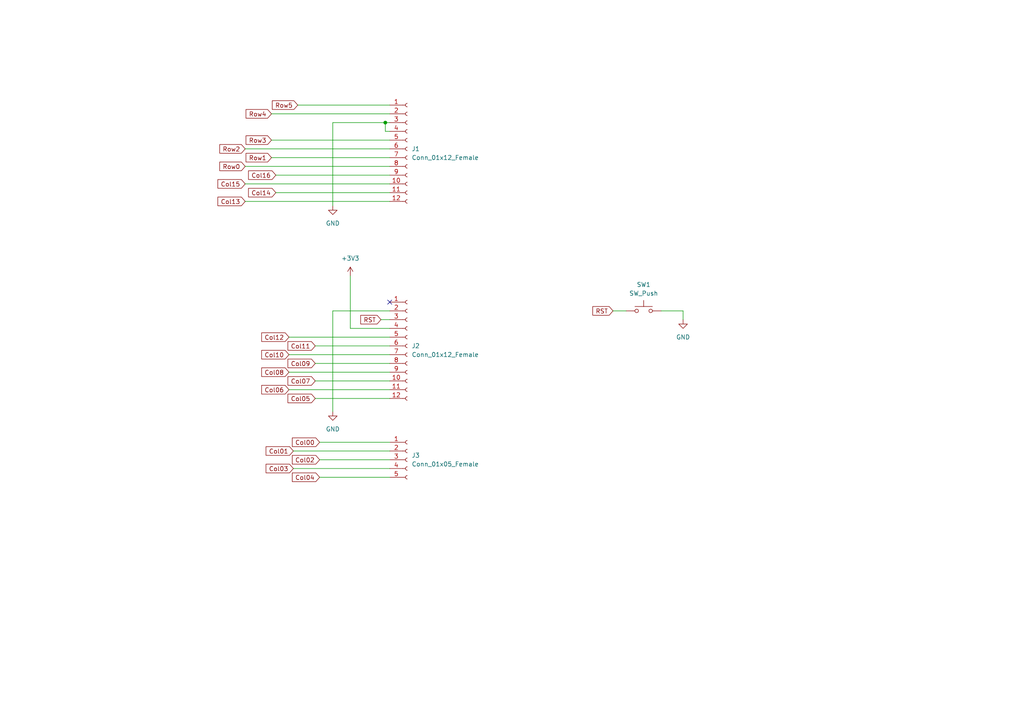
<source format=kicad_sch>
(kicad_sch (version 20211123) (generator eeschema)
  (paper "A4")
  (title_block (title "Microcontroller"))
  (lib_symbols
    (symbol "Connector:Conn_01x05_Female" (pin_names (offset 1.016) hide)
      (property "Reference" "J" (at 0 7.62 0))
      (property "Value" "Conn_01x05_Female" (at 0 -7.62 0))
      (symbol "Conn_01x05_Female_1_1"
        (arc (start 0 -4.572) (mid -0.508 -5.08) (end 0 -5.588) (stroke (width 0.1524)))
        (arc (start 0 -2.032) (mid -0.508 -2.54) (end 0 -3.048) (stroke (width 0.1524)))
        (polyline (pts (xy -1.27 -5.08) (xy -0.508 -5.08)) (stroke (width 0.1524)))
        (polyline (pts (xy -1.27 -2.54) (xy -0.508 -2.54)) (stroke (width 0.1524)))
        (polyline (pts (xy -1.27 0) (xy -0.508 0)) (stroke (width 0.1524)))
        (polyline (pts (xy -1.27 2.54) (xy -0.508 2.54)) (stroke (width 0.1524)))
        (polyline (pts (xy -1.27 5.08) (xy -0.508 5.08)) (stroke (width 0.1524)))
        (arc (start 0 0.508) (mid -0.508 0) (end 0 -0.508) (stroke (width 0.1524)))
        (arc (start 0 3.048) (mid -0.508 2.54) (end 0 2.032) (stroke (width 0.1524)))
        (arc (start 0 5.588) (mid -0.508 5.08) (end 0 4.572) (stroke (width 0.1524)))
        (pin passive line (at -5.08 5.08 0) (length 3.81) (name "Pin_1") (number "1"))
        (pin passive line (at -5.08 2.54 0) (length 3.81) (name "Pin_2") (number "2"))
        (pin passive line (at -5.08 0 0) (length 3.81) (name "Pin_3") (number "3"))
        (pin passive line (at -5.08 -2.54 0) (length 3.81) (name "Pin_4") (number "4"))
        (pin passive line (at -5.08 -5.08 0) (length 3.81) (name "Pin_5") (number "5"))
      )
    )
    (symbol "Connector:Conn_01x12_Female" (pin_names (offset 1.016) hide)
      (property "Reference" "J" (at 0 15.24 0))
      (property "Value" "Conn_01x12_Female" (at 0 -17.78 0))
      (symbol "Conn_01x12_Female_1_1"
        (arc (start 0 -14.732) (mid -0.508 -15.24) (end 0 -15.748) (stroke (width 0.1524)))
        (arc (start 0 -12.192) (mid -0.508 -12.7) (end 0 -13.208) (stroke (width 0.1524)))
        (arc (start 0 -9.652) (mid -0.508 -10.16) (end 0 -10.668) (stroke (width 0.1524)))
        (arc (start 0 -7.112) (mid -0.508 -7.62) (end 0 -8.128) (stroke (width 0.1524)))
        (arc (start 0 -4.572) (mid -0.508 -5.08) (end 0 -5.588) (stroke (width 0.1524)))
        (arc (start 0 -2.032) (mid -0.508 -2.54) (end 0 -3.048) (stroke (width 0.1524)))
        (polyline (pts (xy -1.27 -15.24) (xy -0.508 -15.24)) (stroke (width 0.1524)))
        (polyline (pts (xy -1.27 -12.7) (xy -0.508 -12.7)) (stroke (width 0.1524)))
        (polyline (pts (xy -1.27 -10.16) (xy -0.508 -10.16)) (stroke (width 0.1524)))
        (polyline (pts (xy -1.27 -7.62) (xy -0.508 -7.62)) (stroke (width 0.1524)))
        (polyline (pts (xy -1.27 -5.08) (xy -0.508 -5.08)) (stroke (width 0.1524)))
        (polyline (pts (xy -1.27 -2.54) (xy -0.508 -2.54)) (stroke (width 0.1524)))
        (polyline (pts (xy -1.27 0) (xy -0.508 0)) (stroke (width 0.1524)))
        (polyline (pts (xy -1.27 2.54) (xy -0.508 2.54)) (stroke (width 0.1524)))
        (polyline (pts (xy -1.27 5.08) (xy -0.508 5.08)) (stroke (width 0.1524)))
        (polyline (pts (xy -1.27 7.62) (xy -0.508 7.62)) (stroke (width 0.1524)))
        (polyline (pts (xy -1.27 10.16) (xy -0.508 10.16)) (stroke (width 0.1524)))
        (polyline (pts (xy -1.27 12.7) (xy -0.508 12.7)) (stroke (width 0.1524)))
        (arc (start 0 0.508) (mid -0.508 0) (end 0 -0.508) (stroke (width 0.1524)))
        (arc (start 0 3.048) (mid -0.508 2.54) (end 0 2.032) (stroke (width 0.1524)))
        (arc (start 0 5.588) (mid -0.508 5.08) (end 0 4.572) (stroke (width 0.1524)))
        (arc (start 0 8.128) (mid -0.508 7.62) (end 0 7.112) (stroke (width 0.1524)))
        (arc (start 0 10.668) (mid -0.508 10.16) (end 0 9.652) (stroke (width 0.1524)))
        (arc (start 0 13.208) (mid -0.508 12.7) (end 0 12.192) (stroke (width 0.1524)))
        (pin passive line (at -5.08 12.7 0) (length 3.81) (name "Pin_1") (number "1"))
        (pin passive line (at -5.08 -10.16 0) (length 3.81) (name "Pin_10") (number "10"))
        (pin passive line (at -5.08 -12.7 0) (length 3.81) (name "Pin_11") (number "11"))
        (pin passive line (at -5.08 -15.24 0) (length 3.81) (name "Pin_12") (number "12"))
        (pin passive line (at -5.08 10.16 0) (length 3.81) (name "Pin_2") (number "2"))
        (pin passive line (at -5.08 7.62 0) (length 3.81) (name "Pin_3") (number "3"))
        (pin passive line (at -5.08 5.08 0) (length 3.81) (name "Pin_4") (number "4"))
        (pin passive line (at -5.08 2.54 0) (length 3.81) (name "Pin_5") (number "5"))
        (pin passive line (at -5.08 0 0) (length 3.81) (name "Pin_6") (number "6"))
        (pin passive line (at -5.08 -2.54 0) (length 3.81) (name "Pin_7") (number "7"))
        (pin passive line (at -5.08 -5.08 0) (length 3.81) (name "Pin_8") (number "8"))
        (pin passive line (at -5.08 -7.62 0) (length 3.81) (name "Pin_9") (number "9"))
      )
    )
    (symbol "Switch:SW_Push" (pin_numbers hide) (pin_names (offset 1.016) hide)
      (property "Reference" "SW" (at 1.27 2.54 0))
      (property "Value" "SW_Push" (at 0 -1.524 0))
      (symbol "SW_Push_0_1"
        (circle (center -2.032 0) (radius 0.508))
        (polyline (pts (xy 0 1.27) (xy 0 3.048)))
        (polyline (pts (xy 2.54 1.27) (xy -2.54 1.27)))
        (circle (center 2.032 0) (radius 0.508))
        (pin passive line (at -5.08 0 0) (length 2.54) (name "1") (number "1"))
        (pin passive line (at 5.08 0 180) (length 2.54) (name "2") (number "2"))
      )
    )
    (symbol "power:+3.3V" (power) (pin_names (offset 0))
      (property "Value" "+3.3V" (at 0 3.556 0))
      (symbol "+3.3V_0_1"
        (polyline (pts (xy -0.762 1.27) (xy 0 2.54)))
        (polyline (pts (xy 0 0) (xy 0 2.54)))
        (polyline (pts (xy 0 2.54) (xy 0.762 1.27)))
      )
      (symbol "+3.3V_1_1"
        (pin power_in line (at 0 0 90) (length 0) hide (name "+3V3") (number "1"))
      )
    )
    (symbol "power:GND" (power) (pin_names (offset 0))
      (property "Value" "GND" (at 0 -3.81 0))
      (symbol "GND_0_1"
        (polyline (pts (xy 0 0) (xy 0 -1.27) (xy 1.27 -1.27) (xy 0 -2.54) (xy -1.27 -1.27) (xy 0 -1.27)))
      )
      (symbol "GND_1_1"
        (pin power_in line (at 0 0 270) (length 0) hide (name "GND") (number "1"))
      )
    )
  )
  (junction (at 111.76 35.56))
  (no_connect (at 113.03 87.63))
  (wire (pts (xy 113.03 38.1) (xy 111.76 38.1)))
  (wire (pts (xy 85.09 135.89) (xy 113.03 135.89)))
  (wire (pts (xy 80.01 50.8) (xy 113.03 50.8)))
  (wire (pts (xy 111.76 35.56) (xy 96.52 35.56)))
  (wire (pts (xy 71.12 48.26) (xy 113.03 48.26)))
  (wire (pts (xy 91.44 115.57) (xy 113.03 115.57)))
  (wire (pts (xy 83.82 97.79) (xy 113.03 97.79)))
  (wire (pts (xy 78.74 45.72) (xy 113.03 45.72)))
  (wire (pts (xy 96.52 35.56) (xy 96.52 59.69)))
  (wire (pts (xy 111.76 38.1) (xy 111.76 35.56)))
  (wire (pts (xy 96.52 90.17) (xy 96.52 119.38)))
  (wire (pts (xy 92.71 133.35) (xy 113.03 133.35)))
  (wire (pts (xy 198.12 92.71) (xy 198.12 90.17)))
  (wire (pts (xy 92.71 138.43) (xy 113.03 138.43)))
  (wire (pts (xy 78.74 40.64) (xy 113.03 40.64)))
  (wire (pts (xy 91.44 105.41) (xy 113.03 105.41)))
  (wire (pts (xy 71.12 43.18) (xy 113.03 43.18)))
  (wire (pts (xy 113.03 35.56) (xy 111.76 35.56)))
  (wire (pts (xy 113.03 95.25) (xy 101.6 95.25)))
  (wire (pts (xy 113.03 90.17) (xy 96.52 90.17)))
  (wire (pts (xy 177.8 90.17) (xy 181.61 90.17)))
  (wire (pts (xy 71.12 53.34) (xy 113.03 53.34)))
  (wire (pts (xy 85.09 130.81) (xy 113.03 130.81)))
  (wire (pts (xy 83.82 113.03) (xy 113.03 113.03)))
  (wire (pts (xy 83.82 107.95) (xy 113.03 107.95)))
  (wire (pts (xy 92.71 128.27) (xy 113.03 128.27)))
  (wire (pts (xy 83.82 102.87) (xy 113.03 102.87)))
  (wire (pts (xy 91.44 100.33) (xy 113.03 100.33)))
  (wire (pts (xy 71.12 58.42) (xy 113.03 58.42)))
  (wire (pts (xy 78.74 33.02) (xy 113.03 33.02)))
  (wire (pts (xy 86.36 30.48) (xy 113.03 30.48)))
  (wire (pts (xy 101.6 80.01) (xy 101.6 95.25)))
  (wire (pts (xy 110.49 92.71) (xy 113.03 92.71)))
  (wire (pts (xy 91.44 110.49) (xy 113.03 110.49)))
  (wire (pts (xy 191.77 90.17) (xy 198.12 90.17)))
  (wire (pts (xy 80.01 55.88) (xy 113.03 55.88)))
  (global_label "Row0" (shape input) (at 71.12 48.26 180) (property "Intersheet References" "${INTERSHEET_REFS}" (effects hide)))
  (global_label "Col01" (shape input) (at 85.09 130.81 180) (property "Intersheet References" "${INTERSHEET_REFS}" (effects hide)))
  (global_label "Col08" (shape input) (at 83.82 107.95 180) (property "Intersheet References" "${INTERSHEET_REFS}" (effects hide)))
  (global_label "Row2" (shape input) (at 71.12 43.18 180) (property "Intersheet References" "${INTERSHEET_REFS}" (effects hide)))
  (global_label "Col07" (shape input) (at 91.44 110.49 180) (property "Intersheet References" "${INTERSHEET_REFS}" (effects hide)))
  (global_label "Col05" (shape input) (at 91.44 115.57 180) (property "Intersheet References" "${INTERSHEET_REFS}" (effects hide)))
  (global_label "Col15" (shape input) (at 71.12 53.34 180) (property "Intersheet References" "${INTERSHEET_REFS}" (effects hide)))
  (global_label "Col06" (shape input) (at 83.82 113.03 180) (property "Intersheet References" "${INTERSHEET_REFS}" (effects hide)))
  (global_label "Col09" (shape input) (at 91.44 105.41 180) (property "Intersheet References" "${INTERSHEET_REFS}" (effects hide)))
  (global_label "Row5" (shape input) (at 86.36 30.48 180) (property "Intersheet References" "${INTERSHEET_REFS}" (effects hide)))
  (global_label "RST" (shape input) (at 110.49 92.71 180) (property "Intersheet References" "${INTERSHEET_REFS}" (effects hide)))
  (global_label "Col11" (shape input) (at 91.44 100.33 180) (property "Intersheet References" "${INTERSHEET_REFS}" (effects hide)))
  (global_label "Col02" (shape input) (at 92.71 133.35 180) (property "Intersheet References" "${INTERSHEET_REFS}" (effects hide)))
  (global_label "Col00" (shape input) (at 92.71 128.27 180) (property "Intersheet References" "${INTERSHEET_REFS}" (effects hide)))
  (global_label "Row1" (shape input) (at 78.74 45.72 180) (property "Intersheet References" "${INTERSHEET_REFS}" (effects hide)))
  (global_label "Col16" (shape input) (at 80.01 50.8 180) (property "Intersheet References" "${INTERSHEET_REFS}" (effects hide)))
  (global_label "Row3" (shape input) (at 78.74 40.64 180) (property "Intersheet References" "${INTERSHEET_REFS}" (effects hide)))
  (global_label "Col04" (shape input) (at 92.71 138.43 180) (property "Intersheet References" "${INTERSHEET_REFS}" (effects hide)))
  (global_label "Col14" (shape input) (at 80.01 55.88 180) (property "Intersheet References" "${INTERSHEET_REFS}" (effects hide)))
  (global_label "Col12" (shape input) (at 83.82 97.79 180) (property "Intersheet References" "${INTERSHEET_REFS}" (effects hide)))
  (global_label "Col13" (shape input) (at 71.12 58.42 180) (property "Intersheet References" "${INTERSHEET_REFS}" (effects hide)))
  (global_label "Col03" (shape input) (at 85.09 135.89 180) (property "Intersheet References" "${INTERSHEET_REFS}" (effects hide)))
  (global_label "Row4" (shape input) (at 78.74 33.02 180) (property "Intersheet References" "${INTERSHEET_REFS}" (effects hide)))
  (global_label "RST" (shape input) (at 177.8 90.17 180) (property "Intersheet References" "${INTERSHEET_REFS}" (effects hide)))
  (global_label "Col10" (shape input) (at 83.82 102.87 180) (property "Intersheet References" "${INTERSHEET_REFS}" (effects hide)))
  (symbol (lib_id "power:GND") (at 96.52 119.38 0) (unit 1)
    (property "Reference" "#PWR0102" (effects hide))
    (property "Value" "GND" (at 96.52 124.46 0))
  )
  (symbol (lib_id "power:GND") (at 198.12 92.71 0) (unit 1)
    (property "Reference" "#PWR0101" (effects hide))
    (property "Value" "GND" (at 198.12 97.79 0))
  )
  (symbol (lib_id "Connector:Conn_01x12_Female") (at 118.11 100.33 0) (unit 1)
    (property "Reference" "J2" (at 119.38 100.3299 0) (effects (justify left)))
    (property "Value" "Conn_01x12_Female" (at 119.38 102.8699 0) (effects (justify left)))
    (property "Footprint" "Connector_PinSocket_2.54mm:PinSocket_1x12_P2.54mm_Vertical" (effects hide))
  )
  (symbol (lib_id "Connector:Conn_01x12_Female") (at 118.11 43.18 0) (unit 1)
    (property "Reference" "J1" (at 119.38 43.1799 0) (effects (justify left)))
    (property "Value" "Conn_01x12_Female" (at 119.38 45.7199 0) (effects (justify left)))
    (property "Footprint" "Connector_PinSocket_2.54mm:PinSocket_1x12_P2.54mm_Vertical" (effects hide))
  )
  (symbol (lib_id "power:GND") (at 96.52 59.69 0) (unit 1)
    (property "Reference" "#PWR0104" (effects hide))
    (property "Value" "GND" (at 96.52 64.77 0))
  )
  (symbol (lib_id "power:+3.3V") (at 101.6 80.01 0) (unit 1)
    (property "Reference" "#PWR0103" (effects hide))
    (property "Value" "+3.3V" (at 101.6 74.93 0))
  )
  (symbol (lib_id "Switch:SW_Push") (at 186.69 90.17 0) (unit 1)
    (property "Reference" "SW1" (at 186.69 82.55 0))
    (property "Value" "SW_Push" (at 186.69 85.09 0))
    (property "Footprint" "Button_Switch_THT:SW_PUSH_6mm" (effects hide))
  )
  (symbol (lib_id "Connector:Conn_01x05_Female") (at 118.11 133.35 0) (unit 1)
    (property "Reference" "J3" (at 119.38 132.0799 0) (effects (justify left)))
    (property "Value" "Conn_01x05_Female" (at 119.38 134.6199 0) (effects (justify left)))
    (property "Footprint" "Connector_PinSocket_2.54mm:PinSocket_1x05_P2.54mm_Vertical" (effects hide))
  )
)
</source>
